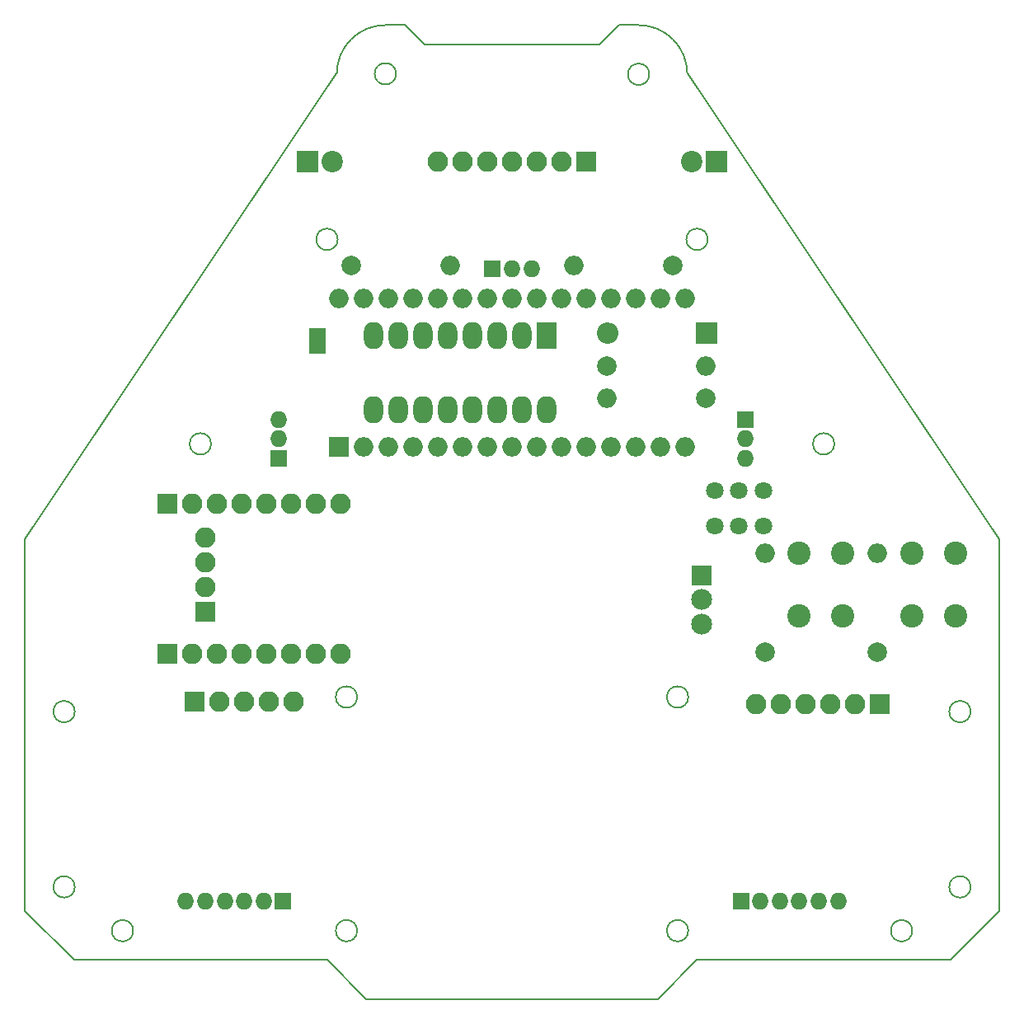
<source format=gts>
G04 #@! TF.FileFunction,Soldermask,Top*
%FSLAX46Y46*%
G04 Gerber Fmt 4.6, Leading zero omitted, Abs format (unit mm)*
G04 Created by KiCad (PCBNEW 4.0.6) date 08/01/17 14:17:50*
%MOMM*%
%LPD*%
G01*
G04 APERTURE LIST*
%ADD10C,0.100000*%
%ADD11C,0.150000*%
%ADD12R,2.100000X2.100000*%
%ADD13O,2.100000X2.100000*%
%ADD14R,2.000000X2.000000*%
%ADD15O,2.000000X2.000000*%
%ADD16R,2.200000X2.200000*%
%ADD17C,2.200000*%
%ADD18O,2.200000X2.200000*%
%ADD19R,2.150000X2.150000*%
%ADD20C,2.150000*%
%ADD21R,1.670000X1.370000*%
%ADD22C,2.000000*%
%ADD23C,1.800000*%
%ADD24R,2.000000X2.800000*%
%ADD25O,2.000000X2.800000*%
%ADD26C,2.400000*%
%ADD27R,1.750000X1.750000*%
%ADD28O,1.750000X1.750000*%
G04 APERTURE END LIST*
D10*
D11*
X61000000Y100000000D02*
X63000000Y100000000D01*
X37000000Y100000000D02*
X39000000Y100000000D01*
X59000000Y98000000D02*
X61000000Y100000000D01*
X41000000Y98000000D02*
X59000000Y98000000D01*
X39000000Y100000000D02*
X41000000Y98000000D01*
X100000000Y47200000D02*
X68000000Y95000000D01*
X68000000Y95000000D02*
G75*
G03X63000000Y100000000I-5000000J0D01*
G01*
X32000000Y95000000D02*
X0Y47200000D01*
X37000000Y100000000D02*
G75*
G03X32000000Y95000000I0J-5000000D01*
G01*
X83100000Y57000000D02*
G75*
G03X83100000Y57000000I-1100000J0D01*
G01*
X19100000Y57000000D02*
G75*
G03X19100000Y57000000I-1100000J0D01*
G01*
X70100000Y78000000D02*
G75*
G03X70100000Y78000000I-1100000J0D01*
G01*
X32100000Y78000000D02*
G75*
G03X32100000Y78000000I-1100000J0D01*
G01*
X64100000Y94950000D02*
G75*
G03X64100000Y94950000I-1100000J0D01*
G01*
X38100000Y95000000D02*
G75*
G03X38100000Y95000000I-1100000J0D01*
G01*
X34100000Y31000000D02*
G75*
G03X34100000Y31000000I-1100000J0D01*
G01*
X68100000Y31000000D02*
G75*
G03X68100000Y31000000I-1100000J0D01*
G01*
X68100000Y7000000D02*
G75*
G03X68100000Y7000000I-1100000J0D01*
G01*
X34100000Y7000000D02*
G75*
G03X34100000Y7000000I-1100000J0D01*
G01*
X91100000Y7000000D02*
G75*
G03X91100000Y7000000I-1100000J0D01*
G01*
X11100000Y7000000D02*
G75*
G03X11100000Y7000000I-1100000J0D01*
G01*
X95000000Y4000000D02*
X100000000Y9000000D01*
X69000000Y4000000D02*
X95000000Y4000000D01*
X65000000Y0D02*
X69000000Y4000000D01*
X35000000Y0D02*
X65000000Y0D01*
X5000000Y4000000D02*
X0Y9000000D01*
X31000000Y4000000D02*
X5000000Y4000000D01*
X35000000Y0D02*
X31000000Y4000000D01*
X97100000Y29500000D02*
G75*
G03X97100000Y29500000I-1100000J0D01*
G01*
X97100000Y11500000D02*
G75*
G03X97100000Y11500000I-1100000J0D01*
G01*
X5100000Y11500000D02*
G75*
G03X5100000Y11500000I-1100000J0D01*
G01*
X5100000Y29500000D02*
G75*
G03X5100000Y29500000I-1100000J0D01*
G01*
X0Y47200000D02*
X0Y9000000D01*
X100000000Y9000000D02*
X100000000Y47200000D01*
D12*
X14635931Y35430000D03*
D13*
X17175931Y35430000D03*
X19715931Y35430000D03*
X22255931Y35430000D03*
X24795931Y35430000D03*
X27335931Y35430000D03*
X29875931Y35430000D03*
X32415931Y35430000D03*
D14*
X32220000Y56660000D03*
D15*
X65240000Y71900000D03*
X34760000Y56660000D03*
X62700000Y71900000D03*
X37300000Y56660000D03*
X60160000Y71900000D03*
X39840000Y56660000D03*
X57620000Y71900000D03*
X42380000Y56660000D03*
X55080000Y71900000D03*
X44920000Y56660000D03*
X52540000Y71900000D03*
X47460000Y56660000D03*
X50000000Y71900000D03*
X50000000Y56660000D03*
X47460000Y71900000D03*
X52540000Y56660000D03*
X44920000Y71900000D03*
X55080000Y56660000D03*
X42380000Y71900000D03*
X57620000Y56660000D03*
X39840000Y71900000D03*
X60160000Y56660000D03*
X37300000Y71900000D03*
X62700000Y56660000D03*
X34760000Y71900000D03*
X65240000Y56660000D03*
X32220000Y71900000D03*
X67780000Y56660000D03*
X67780000Y71900000D03*
D16*
X29000000Y86000000D03*
D17*
X31540000Y86000000D03*
D16*
X71000000Y86000000D03*
D17*
X68460000Y86000000D03*
D16*
X70000000Y68400000D03*
D18*
X59840000Y68400000D03*
D19*
X69500000Y43500000D03*
D20*
X69500000Y41000000D03*
X69500000Y38500000D03*
D21*
X30000000Y68240000D03*
X30000000Y66960000D03*
D22*
X33500000Y75300000D03*
D15*
X43660000Y75300000D03*
D22*
X66500000Y75300000D03*
D15*
X56340000Y75300000D03*
D22*
X75950000Y35640000D03*
D15*
X75950000Y45800000D03*
D22*
X87500000Y35640000D03*
D15*
X87500000Y45800000D03*
D22*
X59740000Y65000000D03*
D15*
X69900000Y65000000D03*
D22*
X69900000Y61700000D03*
D15*
X59740000Y61700000D03*
D23*
X75800000Y48600000D03*
X75800000Y52200000D03*
X73300000Y48600000D03*
X70800000Y48600000D03*
X70800000Y52200000D03*
X73300000Y52200000D03*
D24*
X53580000Y68120000D03*
D25*
X35800000Y60500000D03*
X51040000Y68120000D03*
X38340000Y60500000D03*
X48500000Y68120000D03*
X40880000Y60500000D03*
X45960000Y68120000D03*
X43420000Y60500000D03*
X43420000Y68120000D03*
X45960000Y60500000D03*
X40880000Y68120000D03*
X48500000Y60500000D03*
X38340000Y68120000D03*
X51040000Y60500000D03*
X35800000Y68120000D03*
X53580000Y60500000D03*
D26*
X83950000Y39300000D03*
X79450000Y39300000D03*
X83950000Y45800000D03*
X79450000Y45800000D03*
X95550000Y39300000D03*
X91050000Y39300000D03*
X95550000Y45800000D03*
X91050000Y45800000D03*
D12*
X14635931Y50880839D03*
D13*
X17175931Y50880839D03*
X19715931Y50880839D03*
X22255931Y50880839D03*
X24795931Y50880839D03*
X27335931Y50880839D03*
X29875931Y50880839D03*
X32415931Y50880839D03*
D12*
X18500000Y39760000D03*
D13*
X18500000Y42300000D03*
X18500000Y44840000D03*
X18500000Y47380000D03*
D12*
X87740000Y30300000D03*
D13*
X85200000Y30300000D03*
X82660000Y30300000D03*
X80120000Y30300000D03*
X77580000Y30300000D03*
X75040000Y30300000D03*
D12*
X17420000Y30500000D03*
D13*
X19960000Y30500000D03*
X22500000Y30500000D03*
X25040000Y30500000D03*
X27580000Y30500000D03*
D27*
X26500000Y10000000D03*
D28*
X24500000Y10000000D03*
X22500000Y10000000D03*
X20500000Y10000000D03*
X18500000Y10000000D03*
X16500000Y10000000D03*
D27*
X73500000Y10000000D03*
D28*
X75500000Y10000000D03*
X77500000Y10000000D03*
X79500000Y10000000D03*
X81500000Y10000000D03*
X83500000Y10000000D03*
D27*
X26000000Y55500000D03*
D28*
X26000000Y57500000D03*
X26000000Y59500000D03*
D27*
X48000000Y75000000D03*
D28*
X50000000Y75000000D03*
X52000000Y75000000D03*
D27*
X74000000Y59500000D03*
D28*
X74000000Y57500000D03*
X74000000Y55500000D03*
D12*
X57620000Y86000000D03*
D13*
X55080000Y86000000D03*
X52540000Y86000000D03*
X50000000Y86000000D03*
X47460000Y86000000D03*
X44920000Y86000000D03*
X42380000Y86000000D03*
M02*

</source>
